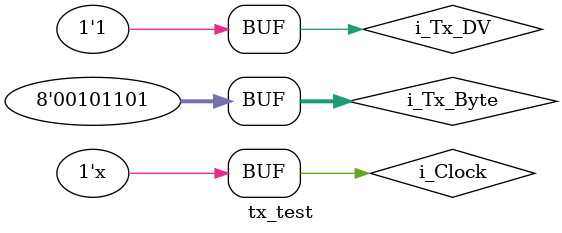
<source format=v>
module tx_test;
    reg i_Clock,i_Tx_DV;
    reg [7:0]i_Tx_Byte;
    wire o_Tx_Active,o_Tx_Serial,o_Tx_Done;
    wire o_Rx_DV;
    wire [7:0] o_Rx_Byte;
    wire [2:0]TX_SM_Main;
    parameter CLKS_PER_BIT=8'd87;
    uart_tx TX
    (i_Clock,i_Tx_DV,i_Tx_Byte,o_Tx_Active,o_Tx_Serial,o_Tx_Done);
    uart_rx R(i_Clock,o_Tx_Serial,o_Rx_DV,o_Rx_Byte);
    initial
        i_Clock=1'b1;
    always
        #5 i_Clock=~i_Clock;
    initial
    begin
        i_Tx_DV=0;i_Tx_Byte=8'd10;
        #100 i_Tx_DV=1;i_Tx_Byte=8'd45;
    end
endmodule

</source>
